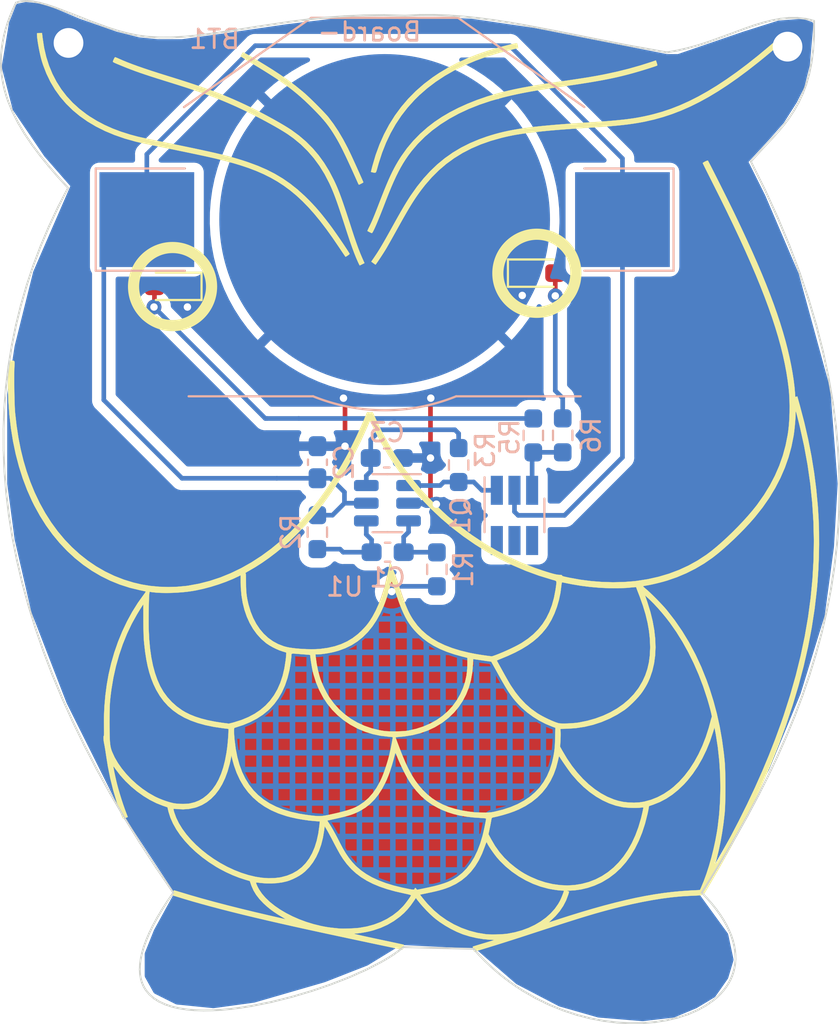
<source format=kicad_pcb>
(kicad_pcb (version 20201116) (generator pcbnew)
  (layers (0 "F.Cu" signal) (31 "B.Cu" signal) (34 "B.Paste" user) (35 "F.Paste" user) (36 "B.SilkS" user "B.Silkscreen") (37 "F.SilkS" user "F.Silkscreen") (38 "B.Mask" user) (39 "F.Mask" user) (44 "Edge.Cuts" user))
  (net 0 "")
  (net 1 "-BATT")
  (net 2 "+BATT")
  (net 3 "Net-(C1-Pad2)")
  (net 4 "Net-(C1-Pad1)")
  (net 5 "Net-(C3-Pad1)")
  (net 6 "Net-(D2-Pad2)")
  (net 7 "Net-(D3-Pad2)")
  (net 8 "Net-(P1-Pad1)")
  (net 9 "Net-(Q1-Pad3)")
  (net 10 "Net-(Q1-Pad1)")
  (footprint "04-Owl:Owl" (layer "F.Cu") (at 139.4 99.7)
    (fp_text reference "Ref**" hide)
    (fp_text value "Val**" hide)
    (fp_poly (pts (xy -1.976701 3.370978) (xy -1.950831 3.418809) (xy -1.914273 3.500264) (xy -1.868287 3.612047) (xy -1.814134 3.750858) (xy -1.753073 3.913402) (xy -1.686365 4.096379) (xy -1.615269 4.296492) (xy -1.541047 4.510444) (xy -1.464957 4.734937) (xy -1.462815 4.741334) (xy -1.369488 5.017289) (xy -1.286049 5.257211) (xy -1.210519 5.465702) (xy -1.140921 5.647366) (xy -1.075277 5.806806) (xy -1.011609 5.948624) (xy -0.947938 6.077424) (xy -0.882288 6.197808) (xy -0.812681 6.314381) (xy -0.737137 6.431743) (xy -0.735195 6.434667) (xy -0.530055 6.712867) (xy -0.299681 6.966958) (xy -0.04222 7.198081) (xy 0.244183 7.407379) (xy 0.561384 7.595994) (xy 0.911237 7.765068) (xy 1.295599 7.915743) (xy 1.716323 8.04916) (xy 2.016704 8.128782) (xy 2.243822 8.180743) (xy 2.496328 8.231606) (xy 2.759503 8.278804) (xy 3.018628 8.319769) (xy 3.258983 8.351935) (xy 3.361501 8.363306) (xy 3.622085 8.389871) (xy 3.69738 8.518227) (xy 3.72747 8.57068) (xy 3.774436 8.654012) (xy 3.8348 8.76198) (xy 3.905082 8.888347) (xy 3.981804 9.026869) (xy 4.061488 9.171308) (xy 4.066491 9.180397) (xy 4.150943 9.332594) (xy 4.237273 9.485953) (xy 4.320991 9.632658) (xy 4.397608 9.764893) (xy 4.462635 9.874844) (xy 4.507989 9.949004) (xy 4.759574 10.318994) (xy 5.025371 10.650645) (xy 5.307727 10.946255) (xy 5.608987 11.208121) (xy 5.931496 11.438541) (xy 6.18097 11.58781) (xy 6.308648 11.654855) (xy 6.457259 11.726983) (xy 6.615054 11.798976) (xy 6.770282 11.865619) (xy 6.911193 11.921698) (xy 7.018897 11.959737) (xy 7.169212 12.007808) (xy 7.182452 12.306279) (xy 7.187834 12.684324) (xy 7.171609 13.066601) (xy 7.13486 13.444293) (xy 7.078668 13.808583) (xy 7.004117 14.150655) (xy 6.921076 14.435667) (xy 6.779359 14.80307) (xy 6.608236 15.141905) (xy 6.406861 15.452996) (xy 6.174389 15.737166) (xy 5.909973 15.995238) (xy 5.612767 16.228037) (xy 5.281927 16.436387) (xy 4.916605 16.621109) (xy 4.515956 16.783029) (xy 4.506831 16.786308) (xy 4.415452 16.81647) (xy 4.292863 16.853242) (xy 4.149147 16.893922) (xy 3.994388 16.935801) (xy 3.83867 16.976175) (xy 3.692077 17.012339) (xy 3.564693 17.041586) (xy 3.520884 17.050843) (xy 3.495817 17.061868) (xy 3.477985 17.088778) (xy 3.463429 17.140707) (xy 3.45029 17.213712) (xy 3.423959 17.362326) (xy 3.389898 17.534014) (xy 3.35068 17.717372) (xy 3.308876 17.900994) (xy 3.267058 18.073474) (xy 3.227798 18.223409) (xy 3.203698 18.30725) (xy 3.065605 18.717689) (xy 2.910995 19.090151) (xy 2.73851 19.426186) (xy 2.546795 19.727343) (xy 2.334489 19.995172) (xy 2.100238 20.231223) (xy 1.842683 20.437044) (xy 1.560466 20.614185) (xy 1.252231 20.764195) (xy 0.9525 20.876942) (xy 0.844465 20.911727) (xy 0.739517 20.943256) (xy 0.630793 20.973219) (xy 0.511431 21.003312) (xy 0.374571 21.035227) (xy 0.213348 21.070656) (xy 0.020901 21.111294) (xy -0.092433 21.134767) (xy -0.266427 21.169785) (xy -0.405645 21.195568) (xy -0.51645 21.212861) (xy -0.605208 21.222407) (xy -0.67828 21.224951) (xy -0.742033 21.221236) (xy -0.783167 21.215539) (xy -0.819783 21.208733) (xy -0.89056 21.195001) (xy -0.988164 21.175788) (xy -1.105258 21.152539) (xy -1.234507 21.1267) (xy -1.249035 21.123785) (xy -1.724129 21.017549) (xy -2.1612 20.896627) (xy -2.562388 20.759717) (xy -2.929831 20.605518) (xy -3.265667 20.432729) (xy -3.572036 20.240048) (xy -3.851077 20.026174) (xy -4.104928 19.789806) (xy -4.335728 19.529643) (xy -4.545617 19.244383) (xy -4.675104 19.039417) (xy -4.720997 18.959691) (xy -4.781607 18.850548) (xy -4.852443 18.720293) (xy -4.92901 18.577232) (xy -5.006816 18.42967) (xy -5.053006 18.340917) (xy -5.183688 18.092934) (xy -5.304184 17.873442) (xy -5.413172 17.684683) (xy -5.50933 17.528899) (xy -5.591337 17.408332) (xy -5.639621 17.346081) (xy -5.706931 17.265907) (xy -5.949091 17.247992) (xy -6.475123 17.19499) (xy -6.967868 17.116143) (xy -7.42775 17.011213) (xy -7.85519 16.879963) (xy -8.250614 16.722153) (xy -8.614444 16.537546) (xy -8.947104 16.325904) (xy -9.249017 16.086988) (xy -9.520606 15.82056) (xy -9.762295 15.526383) (xy -9.974508 15.204218) (xy -10.140358 14.89075) (xy -10.274575 14.58114) (xy -10.388157 14.259559) (xy -10.482099 13.921321) (xy -10.557395 13.561739) (xy -10.61504 13.176128) (xy -10.656028 12.759799) (xy -10.679734 12.349235) (xy -10.693646 12.009052) (xy -10.463865 11.949689) (xy -10.053669 11.826205) (xy -9.675892 11.675901) (xy -9.330255 11.498444) (xy -9.016481 11.293501) (xy -8.734293 11.060738) (xy -8.483411 10.799824) (xy -8.263558 10.510425) (xy -8.074456 10.192208) (xy -7.915828 9.844841) (xy -7.787395 9.46799) (xy -7.688879 9.061322) (xy -7.620003 8.624505) (xy -7.60941 8.530167) (xy -7.596459 8.403155) (xy -7.583993 8.274657) (xy -7.573311 8.158452) (xy -7.565711 8.068319) (xy -7.564857 8.057106) (xy -7.552494 7.890961) (xy -7.464539 7.904076) (xy -7.16664 7.942999) (xy -6.863882 7.972265) (xy -6.565089 7.991475) (xy -6.279087 8.000232) (xy -6.014703 7.998136) (xy -5.780762 7.984791) (xy -5.74675 7.981585) (xy -5.344134 7.925518) (xy -4.971073 7.840446) (xy -4.625426 7.725428) (xy -4.305053 7.579522) (xy -4.007813 7.401787) (xy -3.731565 7.191281) (xy -3.533519 7.007977) (xy -3.387297 6.85685) (xy -3.265252 6.718942) (xy -3.157786 6.58195) (xy -3.055302 6.433571) (xy -2.948203 6.261504) (xy -2.938506 6.24527) (xy -2.769115 5.932693) (xy -2.611205 5.582759) (xy -2.464528 5.194744) (xy -2.328837 4.767924) (xy -2.203885 4.301576) (xy -2.089423 3.794977) (xy -2.072998 3.71475) (xy -2.04916 3.599896) (xy -2.027184 3.499718) (xy -2.00877 3.421546) (xy -1.995622 3.372709) (xy -1.990623 3.36007) (xy -1.976701 3.370978)) (layer "F.Cu") (width 0.01) (fill solid))
    (fp_line (start 15.6208 26.6965) (end 15.4339 26.8564) (layer "Edge.Cuts") (width 0.1))
    (fp_line (start 20.5384 -10.7997) (end 20.9562 -9.3892) (layer "Edge.Cuts") (width 0.1))
    (fp_line (start -21.21045 -26.8279) (end -20.84137 -26.7543) (layer "Edge.Cuts") (width 0.1))
    (fp_line (start 18.0257 -18.8846) (end 17.4278 -18.2232) (layer "Edge.Cuts") (width 0.1))
    (fp_line (start -15.25632 26.1339) (end -15.34508 25.9298) (layer "Edge.Cuts") (width 0.1))
    (fp_line (start 15.0705 21.3909) (end 15.3321 21.6912) (layer "Edge.Cuts") (width 0.1))
    (fp_line (start -2.1121 24.6096) (end -2.4622 24.8132) (layer "Edge.Cuts") (width 0.1))
    (fp_line (start -22.53309 -7.2147) (end -22.35411 -8.3197) (layer "Edge.Cuts") (width 0.1))
    (fp_line (start 15.9505 26.3516) (end 15.7932 26.5281) (layer "Edge.Cuts") (width 0.1))
    (fp_line (start -21.08619 6.8439) (end -21.46608 5.6147) (layer "Edge.Cuts") (width 0.1))
    (fp_line (start -22.29958 -26.3913) (end -22.125 -26.7611) (layer "Edge.Cuts") (width 0.1))
    (fp_line (start -21.46608 5.6147) (end -21.79795 4.3962) (layer "Edge.Cuts") (width 0.1))
    (fp_line (start -17.0595 15.752) (end -17.78311 14.4464) (layer "Edge.Cuts") (width 0.1))
    (fp_line (start -20.36584 -17.9769) (end -20.83623 -18.556) (layer "Edge.Cuts") (width 0.1))
    (fp_line (start -14.2841 22.0268) (end -13.9904 21.5678) (layer "Edge.Cuts") (width 0.1))
    (fp_line (start 19.9364 -25.9452) (end 20.3846 -25.8933) (layer "Edge.Cuts") (width 0.1))
    (fp_line (start -21.19245 -12.6406) (end -20.79193 -13.6963) (layer "Edge.Cuts") (width 0.1))
    (fp_line (start -16.62528 -25.2483) (end -16.1078 -25.1105) (layer "Edge.Cuts") (width 0.1))
    (fp_line (start 13.4839 27.8088) (end 12.8906 27.9491) (layer "Edge.Cuts") (width 0.1))
    (fp_line (start 16.3698 23.3956) (end 16.4593 23.6615) (layer "Edge.Cuts") (width 0.1))
    (fp_line (start -13.3623 27.305) (end -13.7479 27.2142) (layer "Edge.Cuts") (width 0.1))
    (fp_line (start -14.9591 23.2729) (end -14.7676 22.8789) (layer "Edge.Cuts") (width 0.1))
    (fp_line (start -22.86969 -22.6948) (end -22.90926 -23.0078) (layer "Edge.Cuts") (width 0.1))
    (fp_line (start 16.3264 25.7745) (end 16.2177 25.9745) (layer "Edge.Cuts") (width 0.1))
    (fp_line (start -20.84137 -26.7543) (end -20.44509 -26.6441) (layer "Edge.Cuts") (width 0.1))
    (fp_line (start 15.7771 22.2788) (end 15.9616 22.5656) (layer "Edge.Cuts") (width 0.1))
    (fp_line (start 18.6324 -19.5313) (end 18.0257 -18.8846) (layer "Edge.Cuts") (width 0.1))
    (fp_line (start -15.24654 23.9986) (end -15.11848 23.646) (layer "Edge.Cuts") (width 0.1))
    (fp_line (start 22.1869 -1.3908) (end 22.1964 -0.1288) (layer "Edge.Cuts") (width 0.1))
    (fp_line (start -16.28572 17.0687) (end -17.0595 15.752) (layer "Edge.Cuts") (width 0.1))
    (fp_line (start -1.1875 -26.0662) (end -0.4017 -26.1028) (layer "Edge.Cuts") (width 0.1))
    (fp_line (start 18.93 -19.8641) (end 18.6324 -19.5313) (layer "Edge.Cuts") (width 0.1))
    (fp_line (start 17.8114 15.8955) (end 17.2488 16.9494) (layer "Edge.Cuts") (width 0.1))
    (fp_line (start -10.007 27.2708) (end -10.5372 27.3388) (layer "Edge.Cuts") (width 0.1))
    (fp_line (start -15.41252 24.6443) (end -15.34424 24.3313) (layer "Edge.Cuts") (width 0.1))
    (fp_line (start 7.3196 27.4188) (end 6.5874 27.1227) (layer "Edge.Cuts") (width 0.1))
    (fp_line (start 16.5995 24.6661) (end 16.5828 24.9015) (layer "Edge.Cuts") (width 0.1))
    (fp_line (start -19.12053 -26.1604) (end -18.15184 -25.7778) (layer "Edge.Cuts") (width 0.1))
    (fp_line (start -19.325 -16.8058) (end -19.86254 -17.3942) (layer "Edge.Cuts") (width 0.1))
    (fp_line (start 16.0922 26.167) (end 15.9505 26.3516) (layer "Edge.Cuts") (width 0.1))
    (fp_line (start -11.055 27.3878) (end -11.5577 27.4166) (layer "Edge.Cuts") (width 0.1))
    (fp_line (start 12.9 -24.092) (end 13.466 -24.19) (layer "Edge.Cuts") (width 0.1))
    (fp_line (start -21.99612 -26.8071) (end -21.85602 -26.838) (layer "Edge.Cuts") (width 0.1))
    (fp_line (start -2.4622 24.8132) (end -3.2557 25.2217) (layer "Edge.Cuts") (width 0.1))
    (fp_line (start 12.2639 28.047) (end 11.6083 28.1012) (layer "Edge.Cuts") (width 0.1))
    (fp_line (start -13.9904 21.5678) (end -13.6607 21.09) (layer "Edge.Cuts") (width 0.1))
    (fp_line (start 19.0271 -25.8985) (end 19.4841 -25.9448) (layer "Edge.Cuts") (width 0.1))
    (fp_line (start -21.54958 -26.858) (end -21.21045 -26.8279) (layer "Edge.Cuts") (width 0.1))
    (fp_line (start 0.3837 -26.1052) (end 1.1714 -26.0763) (layer "Edge.Cuts") (width 0.1))
    (fp_line (start 20.6924 -23.5429) (end 20.5662 -22.9284) (layer "Edge.Cuts") (width 0.1))
    (fp_line (start 16.5719 24.176) (end 16.596 24.4241) (layer "Edge.Cuts") (width 0.1))
    (fp_line (start 18.8837 -15.1768) (end 19.504 -13.6928) (layer "Edge.Cuts") (width 0.1))
    (fp_line (start -22.93757 -23.6455) (end -22.92532 -23.9706) (layer "Edge.Cuts") (width 0.1))
    (fp_line (start -8.3704 26.9652) (end -9.4673 27.185) (layer "Edge.Cuts") (width 0.1))
    (fp_line (start 5.2428 -25.5569) (end 6.9852 -25.2255) (layer "Edge.Cuts") (width 0.1))
    (fp_line (start 22.155 1.1146) (end 22.0644 2.3401) (layer "Edge.Cuts") (width 0.1))
    (fp_line (start 16.5828 24.9015) (end 16.5467 25.1302) (layer "Edge.Cuts") (width 0.1))
    (fp_line (start 12.8906 27.9491) (end 12.2639 28.047) (layer "Edge.Cuts") (width 0.1))
    (fp_line (start -1.7969 24.4079) (end -2.1121 24.6096) (layer "Edge.Cuts") (width 0.1))
    (fp_line (start -0.4017 -26.1028) (end 0.3837 -26.1052) (layer "Edge.Cuts") (width 0.1))
    (fp_line (start 19.504 -13.6928) (end 20.0549 -12.2339) (layer "Edge.Cuts") (width 0.1))
    (fp_line (start -22.65539 -21.7757) (end -22.74226 -22.079) (layer "Edge.Cuts") (width 0.1))
    (fp_line (start 6.5874 27.1227) (end 5.8622 26.7703) (layer "Edge.Cuts") (width 0.1))
    (fp_line (start -14.5429 22.4637) (end -14.2841 22.0268) (layer "Edge.Cuts") (width 0.1))
    (fp_line (start 21.3102 -8.002) (end 21.6022 -6.6374) (layer "Edge.Cuts") (width 0.1))
    (fp_line (start 16.055 19.0322) (end 15.4275 20.0625) (layer "Edge.Cuts") (width 0.1))
    (fp_line (start -22.89479 -24.3004) (end -22.84547 -24.6351) (layer "Edge.Cuts") (width 0.1))
    (fp_line (start 15.4275 20.0625) (end 14.782 21.0863) (layer "Edge.Cuts") (width 0.1))
    (fp_line (start -22.90926 -23.0078) (end -22.93205 -23.3246) (layer "Edge.Cuts") (width 0.1))
    (fp_line (start 21.9265 3.5485) (end 21.7431 4.7403) (layer "Edge.Cuts") (width 0.1))
    (fp_line (start -22.84547 -24.6351) (end -22.77687 -24.9749) (layer "Edge.Cuts") (width 0.1))
    (fp_line (start 3.4437 25.0715) (end 3.1208 24.7671) (layer "Edge.Cuts") (width 0.1))
    (fp_line (start 8.787 27.8485) (end 8.0543 27.6603) (layer "Edge.Cuts") (width 0.1))
    (fp_line (start -18.45682 13.152) (end -19.0809 11.8685) (layer "Edge.Cuts") (width 0.1))
    (fp_line (start 20.0549 -12.2339) (end 20.5384 -10.7997) (layer "Edge.Cuts") (width 0.1))
    (fp_line (start 19.4841 -25.9448) (end 19.9364 -25.9452) (layer "Edge.Cuts") (width 0.1))
    (fp_line (start 1.1714 -26.0763) (end 1.9643 -26.0187) (layer "Edge.Cuts") (width 0.1))
    (fp_line (start -10.7656 -25.2178) (end -9.1256 -25.4783) (layer "Edge.Cuts") (width 0.1))
    (fp_line (start 3.1208 24.7671) (end 2.8053 24.4467) (layer "Edge.Cuts") (width 0.1))
    (fp_line (start 16.1415 -25.0152) (end 17.1357 -25.3823) (layer "Edge.Cuts") (width 0.1))
    (fp_line (start -22.45034 -26.0281) (end -22.29958 -26.3913) (layer "Edge.Cuts") (width 0.1))
    (fp_line (start -20.44509 -26.6441) (end -20.02436 -26.5038) (layer "Edge.Cuts") (width 0.1))
    (fp_line (start 21.6022 -6.6374) (end 21.834 -5.2946) (layer "Edge.Cuts") (width 0.1))
    (fp_line (start 16.6627 17.9947) (end 16.055 19.0322) (layer "Edge.Cuts") (width 0.1))
    (fp_line (start -15.07638 -24.9334) (end -14.4114 -24.894) (layer "Edge.Cuts") (width 0.1))
    (fp_line (start 2.7651 -25.9353) (end 3.5765 -25.8286) (layer "Edge.Cuts") (width 0.1))
    (fp_line (start 4.1091 25.6331) (end 3.7733 25.3601) (layer "Edge.Cuts") (width 0.1))
    (fp_line (start 16.4179 25.5669) (end 16.3264 25.7745) (layer "Edge.Cuts") (width 0.1))
    (fp_line (start 5.1484 26.3602) (end 4.7973 26.1329) (layer "Edge.Cuts") (width 0.1))
    (fp_line (start -22.66695 -6.0997) (end -22.53309 -7.2147) (layer "Edge.Cuts") (width 0.1))
    (fp_line (start 15.4339 26.8564) (end 15.0188 27.1501) (layer "Edge.Cuts") (width 0.1))
    (fp_line (start 21.834 -5.2946) (end 22.0075 -3.973) (layer "Edge.Cuts") (width 0.1))
    (fp_line (start -14.4114 -24.894) (end -13.7274 -24.8973) (layer "Edge.Cuts") (width 0.1))
    (fp_line (start -19.86254 -17.3942) (end -20.36584 -17.9769) (layer "Edge.Cuts") (width 0.1))
    (fp_line (start -15.59059 -25.0033) (end -15.07638 -24.9334) (layer "Edge.Cuts") (width 0.1))
    (fp_line (start -15.4615 18.3966) (end -16.28572 17.0687) (layer "Edge.Cuts") (width 0.1))
    (fp_line (start -9.4673 27.185) (end -10.007 27.2708) (layer "Edge.Cuts") (width 0.1))
    (fp_line (start -17.78311 14.4464) (end -18.45682 13.152) (layer "Edge.Cuts") (width 0.1))
    (fp_line (start 16.5265 23.9217) (end 16.5719 24.176) (layer "Edge.Cuts") (width 0.1))
    (fp_line (start -15.45011 25.4699) (end -15.46453 25.2132) (layer "Edge.Cuts") (width 0.1))
    (fp_line (start 22.1964 -0.1288) (end 22.155 1.1146) (layer "Edge.Cuts") (width 0.1))
    (fp_line (start 16.1215 22.8474) (end 16.2574 23.1242) (layer "Edge.Cuts") (width 0.1))
    (fp_line (start 21.2472 7.0769) (end 20.9384 8.2231) (layer "Edge.Cuts") (width 0.1))
    (fp_line (start -22.81386 -22.3853) (end -22.86969 -22.6948) (layer "Edge.Cuts") (width 0.1))
    (fp_line (start -22.50797 0.8042) (end -22.65034 -0.3722) (layer "Edge.Cuts") (width 0.1))
    (fp_line (start 14.5525 27.4078) (end 14.0394 27.6279) (layer "Edge.Cuts") (width 0.1))
    (fp_line (start -12.5068 27.4087) (end -12.9477 27.3694) (layer "Edge.Cuts") (width 0.1))
    (fp_line (start 14.0259 -24.3189) (end 14.5726 -24.4722) (layer "Edge.Cuts") (width 0.1))
    (fp_line (start 19.4955 -20.5786) (end 19.2189 -20.2112) (layer "Edge.Cuts") (width 0.1))
    (fp_line (start 15.7932 26.5281) (end 15.6208 26.6965) (layer "Edge.Cuts") (width 0.1))
    (fp_line (start -12.9477 27.3694) (end -13.3623 27.305) (layer "Edge.Cuts") (width 0.1))
    (fp_line (start -11.5432 -25.1036) (end -10.7656 -25.2178) (layer "Edge.Cuts") (width 0.1))
    (fp_line (start 20.9384 8.2231) (end 20.5914 9.3555) (layer "Edge.Cuts") (width 0.1))
    (fp_line (start -22.77687 -24.9749) (end -22.68848 -25.3202) (layer "Edge.Cuts") (width 0.1))
    (fp_line (start -22.12702 -26.7611) (end -22.12702 -26.7611) (layer "Edge.Cuts") (width 0.1))
    (fp_line (start 17.2488 16.9494) (end 16.6627 17.9947) (layer "Edge.Cuts") (width 0.1))
    (fp_line (start -14.7034 26.7712) (end -14.9454 26.5625) (layer "Edge.Cuts") (width 0.1))
    (fp_line (start -22.7983 -3.8394) (end -22.75545 -4.9746) (layer "Edge.Cuts") (width 0.1))
    (fp_line (start -14.1018 27.0958) (end -14.4212 26.9486) (layer "Edge.Cuts") (width 0.1))
    (fp_line (start 19.2189 -20.2112) (end 18.93 -19.8641) (layer "Edge.Cuts") (width 0.1))
    (fp_line (start -21.26968 -19.1337) (end -21.66218 -19.7123) (layer "Edge.Cuts") (width 0.1))
    (fp_line (start -18.15184 -25.7778) (end -17.14028 -25.4099) (layer "Edge.Cuts") (width 0.1))
    (fp_line (start -22.35411 -8.3197) (end -22.13029 -9.4147) (layer "Edge.Cuts") (width 0.1))
    (fp_line (start 20.2082 10.4746) (end 19.7904 11.5812) (layer "Edge.Cuts") (width 0.1))
    (fp_line (start -10.5372 27.3388) (end -11.055 27.3878) (layer "Edge.Cuts") (width 0.1))
    (fp_line (start -6.4285 -25.8589) (end -5.4594 -25.9591) (layer "Edge.Cuts") (width 0.1))
    (fp_line (start -22.00971 -20.294) (end -22.30825 -20.8808) (layer "Edge.Cuts") (width 0.1))
    (fp_line (start -4.1553 25.6234) (end -5.1388 26.0085) (layer "Edge.Cuts") (width 0.1))
    (fp_line (start -21.66218 -19.7123) (end -22.00971 -20.294) (layer "Edge.Cuts") (width 0.1))
    (fp_line (start 17.6195 -25.5482) (end 18.0955 -25.6938) (layer "Edge.Cuts") (width 0.1))
    (fp_line (start -11.5577 27.4166) (end -12.0426 27.424) (layer "Edge.Cuts") (width 0.1))
    (fp_line (start 15.3321 21.6912) (end 15.5675 21.9873) (layer "Edge.Cuts") (width 0.1))
    (fp_line (start 16.2574 23.1242) (end 16.3698 23.3956) (layer "Edge.Cuts") (width 0.1))
    (fp_line (start -19.65561 10.5961) (end -20.18121 9.3345) (layer "Edge.Cuts") (width 0.1))
    (fp_line (start 18.5644 -25.8127) (end 19.0271 -25.8985) (layer "Edge.Cuts") (width 0.1))
    (fp_line (start 16.596 24.4241) (end 16.5995 24.6661) (layer "Edge.Cuts") (width 0.1))
    (fp_line (start 20.6075 -25.8458) (end 20.8296 -25.7827) (layer "Edge.Cuts") (width 0.1))
    (fp_line (start -22.31862 1.991) (end -22.50797 0.8042) (layer "Edge.Cuts") (width 0.1))
    (fp_line (start -15.14464 26.3212) (end -15.25632 26.1339) (layer "Edge.Cuts") (width 0.1))
    (fp_line (start 2.8053 24.4467) (end 2.5 24.1101) (layer "Edge.Cuts") (width 0.1))
    (fp_line (start -15.34508 25.9298) (end -15.40998 25.7086) (layer "Edge.Cuts") (width 0.1))
    (fp_line (start -22.75545 -4.9746) (end -22.66695 -6.0997) (layer "Edge.Cuts") (width 0.1))
    (fp_line (start 4.4015 -25.7016) (end 5.2428 -25.5569) (layer "Edge.Cuts") (width 0.1))
    (fp_line (start -14.7676 22.8789) (end -14.5429 22.4637) (layer "Edge.Cuts") (width 0.1))
    (fp_line (start 15.107 -24.6437) (end 16.1415 -25.0152) (layer "Edge.Cuts") (width 0.1))
    (fp_line (start 21.5161 5.9162) (end 21.2472 7.0769) (layer "Edge.Cuts") (width 0.1))
    (fp_line (start -21.85602 -26.838) (end -21.54958 -26.858) (layer "Edge.Cuts") (width 0.1))
    (fp_line (start 11.6083 28.1012) (end 10.9284 28.11) (layer "Edge.Cuts") (width 0.1))
    (fp_line (start -16.1078 -25.1105) (end -15.59059 -25.0033) (layer "Edge.Cuts") (width 0.1))
    (fp_line (start -22.68848 -25.3202) (end -22.57981 -25.6712) (layer "Edge.Cuts") (width 0.1))
    (fp_line (start 18.0955 -25.6938) (end 18.5644 -25.8127) (layer "Edge.Cuts") (width 0.1))
    (fp_line (start 20.9562 -9.3892) (end 21.3102 -8.002) (layer "Edge.Cuts") (width 0.1))
    (fp_line (start -22.74601 -1.5383) (end -22.79524 -2.6939) (layer "Edge.Cuts") (width 0.1))
    (fp_line (start 14.5726 -24.4722) (end 15.107 -24.6437) (layer "Edge.Cuts") (width 0.1))
    (fp_line (start 17.1357 -25.3823) (end 17.6195 -25.5482) (layer "Edge.Cuts") (width 0.1))
    (fp_line (start -19.86062 -15.7789) (end -19.325 -16.8058) (layer "Edge.Cuts") (width 0.1))
    (fp_line (start -22.79524 -2.6939) (end -22.7983 -3.8394) (layer "Edge.Cuts") (width 0.1))
    (fp_line (start -12.295 -25.0081) (end -11.5432 -25.1036) (layer "Edge.Cuts") (width 0.1))
    (fp_line (start 18.1923 -16.6867) (end 18.8837 -15.1768) (layer "Edge.Cuts") (width 0.1))
    (fp_line (start 4.7973 26.1329) (end 4.4507 25.8906) (layer "Edge.Cuts") (width 0.1))
    (fp_line (start -22.55377 -21.4751) (end -22.65539 -21.7757) (layer "Edge.Cuts") (width 0.1))
    (fp_line (start -13.7274 -24.8973) (end -13.0224 -24.9374) (layer "Edge.Cuts") (width 0.1))
    (fp_line (start -22.08204 3.1883) (end -22.31862 1.991) (layer "Edge.Cuts") (width 0.1))
    (fp_line (start 22.0075 -3.973) (end 22.1245 -2.672) (layer "Edge.Cuts") (width 0.1))
    (fp_line (start 20.8296 -25.7827) (end 20.8277 -24.964) (layer "Edge.Cuts") (width 0.1))
    (fp_line (start 17.4278 -18.2232) (end 18.1923 -16.6867) (layer "Edge.Cuts") (width 0.1))
    (fp_line (start -12.0426 27.424) (end -12.5068 27.4087) (layer "Edge.Cuts") (width 0.1))
    (fp_line (start 20.5662 -22.9284) (end 20.4058 -22.3701) (layer "Edge.Cuts") (width 0.1))
    (fp_line (start 16.4593 23.6615) (end 16.5265 23.9217) (layer "Edge.Cuts") (width 0.1))
    (fp_line (start 21.7431 4.7403) (end 21.5161 5.9162) (layer "Edge.Cuts") (width 0.1))
    (fp_line (start -14.9454 26.5625) (end -15.14464 26.3212) (layer "Edge.Cuts") (width 0.1))
    (fp_line (start -14.5866 19.7358) (end -15.4615 18.3966) (layer "Edge.Cuts") (width 0.1))
    (fp_line (start 2.5 24.1101) (end -1.275 24.0156) (layer "Edge.Cuts") (width 0.1))
    (fp_line (start 1.9643 -26.0187) (end 2.7651 -25.9353) (layer "Edge.Cuts") (width 0.1))
    (fp_line (start -15.34424 24.3313) (end -15.24654 23.9986) (layer "Edge.Cuts") (width 0.1))
    (fp_line (start -20.79193 -13.6963) (end -20.34789 -14.7424) (layer "Edge.Cuts") (width 0.1))
    (fp_line (start -5.1388 26.0085) (end -6.1839 26.3671) (layer "Edge.Cuts") (width 0.1))
    (fp_line (start -20.83623 -18.556) (end -21.26968 -19.1337) (layer "Edge.Cuts") (width 0.1))
    (fp_line (start 16.4915 25.3521) (end 16.4179 25.5669) (layer "Edge.Cuts") (width 0.1))
    (fp_line (start 8.0543 27.6603) (end 7.3196 27.4188) (layer "Edge.Cuts") (width 0.1))
    (fp_line (start -20.34789 -14.7424) (end -19.86062 -15.7789) (layer "Edge.Cuts") (width 0.1))
    (fp_line (start 20.215 -21.862) (end 19.9972 -21.398) (layer "Edge.Cuts") (width 0.1))
    (fp_line (start 22.0644 2.3401) (end 21.9265 3.5485) (layer "Edge.Cuts") (width 0.1))
    (fp_line (start 6.9852 -25.2255) (end 8.8261 -24.8562) (layer "Edge.Cuts") (width 0.1))
    (fp_line (start 16.2177 25.9745) (end 16.0922 26.167) (layer "Edge.Cuts") (width 0.1))
    (fp_line (start 20.3846 -25.8933) (end 20.6075 -25.8458) (layer "Edge.Cuts") (width 0.1))
    (fp_line (start 8.8261 -24.8562) (end 10.7877 -24.4711) (layer "Edge.Cuts") (width 0.1))
    (fp_line (start -22.13029 -9.4147) (end -21.8619 -10.4998) (layer "Edge.Cuts") (width 0.1))
    (fp_line (start -9.1256 -25.4783) (end -7.3614 -25.7414) (layer "Edge.Cuts") (width 0.1))
    (fp_line (start -2.3182 -26.0955) (end -1.1875 -26.0662) (layer "Edge.Cuts") (width 0.1))
    (fp_line (start 20.5914 9.3555) (end 20.2082 10.4746) (layer "Edge.Cuts") (width 0.1))
    (fp_line (start -19.0809 11.8685) (end -19.65561 10.5961) (layer "Edge.Cuts") (width 0.1))
    (fp_line (start -22.93205 -23.3246) (end -22.93757 -23.6455) (layer "Edge.Cuts") (width 0.1))
    (fp_line (start -22.12702 -26.7611) (end -22.12702 -26.7611) (layer "Edge.Cuts") (width 0.1))
    (fp_line (start -21.8619 -10.4998) (end -21.5492 -11.5751) (layer "Edge.Cuts") (width 0.1))
    (fp_line (start -13.0224 -24.9374) (end -12.295 -25.0081) (layer "Edge.Cuts") (width 0.1))
    (fp_line (start -15.40998 25.7086) (end -15.45011 25.4699) (layer "Edge.Cuts") (width 0.1))
    (fp_line (start -15.45231 24.9381) (end -15.41252 24.6443) (layer "Edge.Cuts") (width 0.1))
    (fp_line (start 10.2285 28.0718) (end 9.5132 27.9852) (layer "Edge.Cuts") (width 0.1))
    (fp_line (start -21.5492 -11.5751) (end -21.19245 -12.6406) (layer "Edge.Cuts") (width 0.1))
    (fp_line (start -3.2557 25.2217) (end -4.1553 25.6234) (layer "Edge.Cuts") (width 0.1))
    (fp_line (start 15.5675 21.9873) (end 15.7771 22.2788) (layer "Edge.Cuts") (width 0.1))
    (fp_line (start 18.3487 14.8323) (end 17.8114 15.8955) (layer "Edge.Cuts") (width 0.1))
    (fp_line (start 22.1245 -2.672) (end 22.1869 -1.3908) (layer "Edge.Cuts") (width 0.1))
    (fp_line (start -4.4525 -26.036) (end -3.406 -26.0834) (layer "Edge.Cuts") (width 0.1))
    (fp_line (start -22.30825 -20.8808) (end -22.55377 -21.4751) (layer "Edge.Cuts") (width 0.1))
    (fp_line (start -1.5192 24.2095) (end -1.7969 24.4079) (layer "Edge.Cuts") (width 0.1))
    (fp_line (start -20.18121 9.3345) (end -20.65798 8.0838) (layer "Edge.Cuts") (width 0.1))
    (fp_line (start 14.782 21.0863) (end 15.0705 21.3909) (layer "Edge.Cuts") (width 0.1))
    (fp_line (start -22.57981 -25.6712) (end -22.45034 -26.0281) (layer "Edge.Cuts") (width 0.1))
    (fp_line (start 5.8622 26.7703) (end 5.1484 26.3602) (layer "Edge.Cuts") (width 0.1))
    (fp_line (start 13.466 -24.19) (end 14.0259 -24.3189) (layer "Edge.Cuts") (width 0.1))
    (fp_line (start 19.7904 11.5812) (end 19.34 12.6759) (layer "Edge.Cuts") (width 0.1))
    (fp_line (start -22.65034 -0.3722) (end -22.74601 -1.5383) (layer "Edge.Cuts") (width 0.1))
    (fp_line (start -7.2685 26.6893) (end -8.3704 26.9652) (layer "Edge.Cuts") (width 0.1))
    (fp_line (start 3.7733 25.3601) (end 3.4437 25.0715) (layer "Edge.Cuts") (width 0.1))
    (fp_line (start 14.0394 27.6279) (end 13.4839 27.8088) (layer "Edge.Cuts") (width 0.1))
    (fp_line (start -6.1839 26.3671) (end -7.2685 26.6893) (layer "Edge.Cuts") (width 0.1))
    (fp_line (start -22.92532 -23.9706) (end -22.89479 -24.3004) (layer "Edge.Cuts") (width 0.1))
    (fp_line (start -14.4212 26.9486) (end -14.7034 26.7712) (layer "Edge.Cuts") (width 0.1))
    (fp_line (start -21.79795 4.3962) (end -22.08204 3.1883) (layer "Edge.Cuts") (width 0.1))
    (fp_line (start -20.65798 8.0838) (end -21.08619 6.8439) (layer "Edge.Cuts") (width 0.1))
    (fp_line (start 19.34 12.6759) (end 18.8588 13.7594) (layer "Edge.Cuts") (width 0.1))
    (fp_line (start 3.5765 -25.8286) (end 4.4015 -25.7016) (layer "Edge.Cuts") (width 0.1))
    (fp_line (start -15.11848 23.646) (end -14.9591 23.2729) (layer "Edge.Cuts") (width 0.1))
    (fp_line (start -13.6607 21.09) (end -14.5866 19.7358) (layer "Edge.Cuts") (width 0.1))
    (fp_line (start 9.5132 27.9852) (end 8.787 27.8485) (layer "Edge.Cuts") (width 0.1))
    (fp_line (start -17.14028 -25.4099) (end -16.62528 -25.2483) (layer "Edge.Cuts") (width 0.1))
    (fp_line (start -7.3614 -25.7414) (end -6.4285 -25.8589) (layer "Edge.Cuts") (width 0.1))
    (fp_line (start -13.7479 27.2142) (end -14.1018 27.0958) (layer "Edge.Cuts") (width 0.1))
    (fp_line (start 10.7877 -24.4711) (end 12.9 -24.092) (layer "Edge.Cuts") (width 0.1))
    (fp_line (start 19.9972 -21.398) (end 19.7562 -20.9722) (layer "Edge.Cuts") (width 0.1))
    (fp_line (start -20.02436 -26.5038) (end -19.12053 -26.1604) (layer "Edge.Cuts") (width 0.1))
    (fp_line (start 19.7562 -20.9722) (end 19.4955 -20.5786) (layer "Edge.Cuts") (width 0.1))
    (fp_line (start -1.275 24.0156) (end -1.5192 24.2095) (layer "Edge.Cuts") (width 0.1))
    (fp_line (start -3.406 -26.0834) (end -2.3182 -26.0955) (layer "Edge.Cuts") (width 0.1))
    (fp_line (start -15.46453 25.2132) (end -15.45231 24.9381) (layer "Edge.Cuts") (width 0.1))
    (fp_line (start -22.74226 -22.079) (end -22.81386 -22.3853) (layer "Edge.Cuts") (width 0.1))
    (fp_line (start 15.0188 27.1501) (end 14.5525 27.4078) (layer "Edge.Cuts") (width 0.1))
    (fp_line (start -22.125 -26.7611) (end -21.99612 -26.8071) (layer "Edge.Cuts") (width 0.1))
    (fp_line (start 20.7808 -24.2194) (end 20.6924 -23.5429) (layer "Edge.Cuts") (width 0.1))
    (fp_line (start 16.5467 25.1302) (end 16.4915 25.3521) (layer "Edge.Cuts") (width 0.1))
    (fp_line (start 10.9284 28.11) (end 10.2285 28.0718) (layer "Edge.Cuts") (width 0.1))
    (fp_line (start 20.8277 -24.964) (end 20.7808 -24.2194) (layer "Edge.Cuts") (width 0.1))
    (fp_line (start 4.4507 25.8906) (end 4.1091 25.6331) (layer "Edge.Cuts") (width 0.1))
    (fp_line (start 15.9616 22.5656) (end 16.1215 22.8474) (layer "Edge.Cuts") (width 0.1))
    (fp_line (start -5.4594 -25.9591) (end -4.4525 -26.036) (layer "Edge.Cuts") (width 0.1))
    (fp_line (start 20.4058 -22.3701) (end 20.215 -21.862) (layer "Edge.Cuts") (width 0.1))
    (fp_line (start 18.8588 13.7594) (end 18.3487 14.8323) (layer "Edge.Cuts") (width 0.1))
  )
  (footprint "04-Owl:TouchPad" (layer "F.Cu") (at 137.434048 112.827488)
    (fp_text reference "P1" hide)
    (fp_text value "CapacitiveTouch")
    (pad "1" smd circle (at 0 0) (size 8 8) (layers "F.Cu" "F.Mask") (net 8 "Net-(P1-Pad1)"))
  )
  (footprint "LED_SMD:LED_0603_1608Metric_Pad1.05x0.95mm_HandSolder" (layer "F.Cu") (at 145.410476 87.477512)
    (fp_text reference "D3" hide)
    (fp_text value "LED")
    (pad "1" smd roundrect (at -0.875 0) (size 1.05 0.95) (layers "F.Cu" "F.Paste" "F.Mask") (net 1 "-BATT"))
    (pad "2" smd roundrect (at 0.875 0) (size 1.05 0.95) (layers "F.Cu" "F.Paste" "F.Mask") (net 7 "Net-(D3-Pad2)"))
  )
  (footprint "LED_SMD:LED_0603_1608Metric_Pad1.05x0.95mm_HandSolder" (layer "F.Cu") (at 125.600476 88.187512 180)
    (fp_text reference "D2" hide)
    (fp_text value "LED")
    (pad "1" smd roundrect (at -0.875 0 180) (size 1.05 0.95) (layers "F.Cu" "F.Paste" "F.Mask") (net 1 "-BATT"))
    (pad "2" smd roundrect (at 0.875 0 180) (size 1.05 0.95) (layers "F.Cu" "F.Paste" "F.Mask") (net 6 "Net-(D2-Pad2)"))
  )
  (footprint "Resistor_SMD:R_0603_1608Metric_Pad0.98x0.95mm_HandSolder" (layer "B.Cu") (at 141.098464 97.795476 90)
    (fp_text reference "R3" (at 0.8 1.43 270) (layer "B.SilkS") (effects (justify mirror)))
    (fp_text value "20k")
    (pad "1" smd roundrect (at -0.9125 0 90) (size 0.975 0.95) (layers "B.Cu" "B.Paste" "B.Mask") (net 10 "Net-(Q1-Pad1)"))
    (pad "2" smd roundrect (at 0.9125 0 90) (size 0.975 0.95) (layers "B.Cu" "B.Paste" "B.Mask") (net 5 "Net-(C3-Pad1)"))
  )
  (footprint "Resistor_SMD:R_0603_1608Metric_Pad0.98x0.95mm_HandSolder" (layer "B.Cu") (at 133.49344 101.404524 -90)
    (fp_text reference "R2" (at 0 1.43 -90) (layer "B.SilkS") (effects (justify mirror)))
    (fp_text value "1m")
    (pad "1" smd roundrect (at -0.9125 0 270) (size 0.975 0.95) (layers "B.Cu" "B.Paste" "B.Mask") (net 2 "+BATT"))
    (pad "2" smd roundrect (at 0.9125 0 270) (size 0.975 0.95) (layers "B.Cu" "B.Paste" "B.Mask") (net 3 "Net-(C1-Pad2)"))
  )
  (footprint "Resistor_SMD:R_0603_1608Metric_Pad0.98x0.95mm_HandSolder" (layer "B.Cu") (at 146.7 96.2 90)
    (fp_text reference "R6" (at 0 1.53 90) (layer "B.SilkS") (effects (justify mirror)))
    (fp_text value "1k")
    (pad "1" smd roundrect (at -0.9125 0 90) (size 0.975 0.95) (layers "B.Cu" "B.Paste" "B.Mask") (net 9 "Net-(Q1-Pad3)"))
    (pad "2" smd roundrect (at 0.9125 0 90) (size 0.975 0.95) (layers "B.Cu" "B.Paste" "B.Mask") (net 7 "Net-(D3-Pad2)"))
  )
  (footprint "Capacitor_SMD:C_0603_1608Metric_Pad1.08x0.95mm_HandSolder" (layer "B.Cu") (at 137.228332 97.417512)
    (fp_text reference "C3" (at 0 -1.37) (layer "B.SilkS") (effects (justify mirror)))
    (fp_text value "100nF")
    (pad "1" smd roundrect (at -0.8625 0) (size 1.075 0.95) (layers "B.Cu" "B.Paste" "B.Mask") (net 5 "Net-(C3-Pad1)"))
    (pad "2" smd roundrect (at 0.8625 0) (size 1.075 0.95) (layers "B.Cu" "B.Paste" "B.Mask") (net 1 "-BATT"))
  )
  (footprint "Package_TO_SOT_SMD:SOT-23-6" (layer "B.Cu") (at 137.265476 99.847512 180)
    (fp_text reference "U1" (at 2.3 -4.5) (layer "B.SilkS") (effects (justify mirror)))
    (fp_text value "AT42QT1012-T")
    (pad "1" smd roundrect (at -1.1375 0.95 180) (size 1.325 0.6) (layers "B.Cu" "B.Paste" "B.Mask") (net 10 "Net-(Q1-Pad1)"))
    (pad "2" smd roundrect (at -1.1375 0 180) (size 1.325 0.6) (layers "B.Cu" "B.Paste" "B.Mask") (net 1 "-BATT"))
    (pad "3" smd roundrect (at -1.1375 -0.95 180) (size 1.325 0.6) (layers "B.Cu" "B.Paste" "B.Mask") (net 4 "Net-(C1-Pad1)"))
    (pad "4" smd roundrect (at 1.1375 -0.95 180) (size 1.325 0.6) (layers "B.Cu" "B.Paste" "B.Mask") (net 3 "Net-(C1-Pad2)"))
    (pad "5" smd roundrect (at 1.1375 0 180) (size 1.325 0.6) (layers "B.Cu" "B.Paste" "B.Mask") (net 2 "+BATT"))
    (pad "6" smd roundrect (at 1.1375 0.95 180) (size 1.325 0.6) (layers "B.Cu" "B.Paste" "B.Mask") (net 5 "Net-(C3-Pad1)"))
  )
  (footprint "Capacitor_SMD:C_0603_1608Metric_Pad1.08x0.95mm_HandSolder" (layer "B.Cu") (at 133.498464 97.645476 90)
    (fp_text reference "C2" (at 0 1.43 270) (layer "B.SilkS") (effects (justify mirror)))
    (fp_text value "1uF")
    (pad "1" smd roundrect (at -0.8625 0 90) (size 1.075 0.95) (layers "B.Cu" "B.Paste" "B.Mask") (net 2 "+BATT"))
    (pad "2" smd roundrect (at 0.8625 0 90) (size 1.075 0.95) (layers "B.Cu" "B.Paste" "B.Mask") (net 1 "-BATT"))
  )
  (footprint "Capacitor_SMD:C_0603_1608Metric_Pad1.08x0.95mm_HandSolder" (layer "B.Cu") (at 137.276428 102.482488 180)
    (fp_text reference "C1" (at 0 -1.37) (layer "B.SilkS") (effects (justify mirror)))
    (fp_text value "6.8nF")
    (pad "1" smd roundrect (at -0.8625 0 180) (size 1.075 0.95) (layers "B.Cu" "B.Paste" "B.Mask") (net 4 "Net-(C1-Pad1)"))
    (pad "2" smd roundrect (at 0.8625 0 180) (size 1.075 0.95) (layers "B.Cu" "B.Paste" "B.Mask") (net 3 "Net-(C1-Pad2)"))
  )
  (footprint "Battery:BatteryHolder_Keystone_3002_1x2032" (layer "B.Cu") (at 137.115476 84.6)
    (fp_text reference "BT1" (at -9.15 -9.7) (layer "B.SilkS") (effects (justify mirror)))
    (fp_text value "Battery_Cell")
    (pad "1" smd rect (at -12.8 0) (size 5.1 5.1) (layers "B.Cu" "B.Paste" "B.Mask") (net 2 "+BATT"))
    (pad "1" smd rect (at 12.8 0) (size 5.1 5.1) (layers "B.Cu" "B.Paste" "B.Mask") (net 2 "+BATT"))
    (pad "2" smd circle (at 0 0) (size 17.8 17.8) (layers "B.Cu" "B.Mask") (net 1 "-BATT"))
  )
  (footprint "Package_TO_SOT_SMD:SOT-23-6_Handsoldering" (layer "B.Cu") (at 144.10344 100.504524 -90)
    (fp_text reference "Q1" (at 0 2.9 -90) (layer "B.SilkS") (effects (justify mirror)))
    (fp_text value "DTA143E")
    (pad "1" smd rect (at -1.35 0.95 270) (size 1.56 0.65) (layers "B.Cu" "B.Paste" "B.Mask") (net 10 "Net-(Q1-Pad1)"))
    (pad "2" smd rect (at -1.35 0 270) (size 1.56 0.65) (layers "B.Cu" "B.Paste" "B.Mask") (net 2 "+BATT"))
    (pad "3" smd rect (at -1.35 -0.95 270) (size 1.56 0.65) (layers "B.Cu" "B.Paste" "B.Mask") (net 9 "Net-(Q1-Pad3)"))
    (pad "4" smd rect (at 1.35 -0.95 270) (size 1.56 0.65) (layers "B.Cu" "B.Paste" "B.Mask"))
    (pad "5" smd rect (at 1.35 0 270) (size 1.56 0.65) (layers "B.Cu" "B.Paste" "B.Mask"))
    (pad "6" smd rect (at 1.35 0.95 270) (size 1.56 0.65) (layers "B.Cu" "B.Paste" "B.Mask"))
  )
  (footprint "Resistor_SMD:R_0603_1608Metric_Pad0.98x0.95mm_HandSolder" (layer "B.Cu") (at 139.927512 103.404524 90)
    (fp_text reference "R1" (at 0 1.43 90) (layer "B.SilkS") (effects (justify mirror)))
    (fp_text value "4.7k")
    (pad "1" smd roundrect (at -0.9125 0 90) (size 0.975 0.95) (layers "B.Cu" "B.Paste" "B.Mask") (net 8 "Net-(P1-Pad1)"))
    (pad "2" smd roundrect (at 0.9125 0 90) (size 0.975 0.95) (layers "B.Cu" "B.Paste" "B.Mask") (net 4 "Net-(C1-Pad1)"))
  )
  (footprint "Resistor_SMD:R_0603_1608Metric_Pad0.98x0.95mm_HandSolder" (layer "B.Cu") (at 145.117512 96.204524 90)
    (fp_text reference "R5" (at -0.1 -1.27 90) (layer "B.SilkS") (effects (justify mirror)))
    (fp_text value "1k")
    (pad "1" smd roundrect (at -0.9125 0 90) (size 0.975 0.95) (layers "B.Cu" "B.Paste" "B.Mask") (net 9 "Net-(Q1-Pad3)"))
    (pad "2" smd roundrect (at 0.9125 0 90) (size 0.975 0.95) (layers "B.Cu" "B.Paste" "B.Mask") (net 6 "Net-(D2-Pad2)"))
  )
  (gr_text "Board-" (at 136.3 74.5) (layer "B.SilkS") (effects (font (size 1 1)) (justify mirror)))
  (segment (start 134.982976 94.282976) (end 134.9 94.2) (width 0.25) (layer "F.Cu") (net 1))
  (segment (start 139.582488 99.582488) (end 139.9 99.9) (width 0.25) (layer "F.Cu") (net 1))
  (segment (start 134.782976 96.782976) (end 134.982976 96.782976) (width 0.25) (layer "F.Cu") (net 1))
  (segment (start 139.582488 94.217512) (end 139.6 94.2) (width 0.25) (layer "F.Cu") (net 1))
  (segment (start 126.475476 89.275476) (end 126.5 89.3) (width 0.25) (layer "F.Cu") (net 1))
  (segment (start 139.582488 97.417512) (end 139.582488 99.582488) (width 0.25) (layer "F.Cu") (net 1))
  (segment (start 139.582488 97.417512) (end 139.582488 94.217512) (width 0.25) (layer "F.Cu") (net 1))
  (segment (start 126.475476 88.187512) (end 126.475476 89.275476) (width 0.25) (layer "F.Cu") (net 1))
  (segment (start 144.522488 88.677512) (end 144.522488 87.4905) (width 0.25) (layer "F.Cu") (net 1))
  (segment (start 144.522488 87.4905) (end 144.535476 87.477512) (width 0.25) (layer "F.Cu") (net 1))
  (segment (start 134.982976 96.782976) (end 134.982976 94.282976) (width 0.25) (layer "F.Cu") (net 1))
  (via (at 139.6 94.2) (size 0.8) (drill 0.4) (layers "F.Cu" "B.Cu") (net 1))
  (via (at 139.582488 97.417512) (size 0.8) (drill 0.4) (layers "F.Cu" "B.Cu") (net 1))
  (via (at 120.1 75.1) (size 2) (drill 1.6) (layers "F.Cu" "B.Cu") (net 1))
  (via (at 139.9 99.9) (size 0.8) (drill 0.4) (layers "F.Cu" "B.Cu") (net 1))
  (via (at 126.5 89.3) (size 0.8) (drill 0.4) (layers "F.Cu" "B.Cu") (net 1))
  (via (at 134.982976 96.782976) (size 0.8) (drill 0.4) (layers "F.Cu" "B.Cu") (net 1))
  (via (at 134.9 94.2) (size 0.8) (drill 0.4) (layers "F.Cu" "B.Cu") (net 1))
  (via (at 144.522488 88.677512) (size 0.8) (drill 0.4) (layers "F.Cu" "B.Cu") (net 1))
  (via (at 158.8 75.3) (size 2) (drill 1.6) (layers "F.Cu" "B.Cu") (net 1))
  (segment (start 138.090832 85.575356) (end 137.115476 84.6) (width 0.25) (layer "B.Cu") (net 1))
  (segment (start 133.498464 96.782976) (end 134.982976 96.782976) (width 0.25) (layer "B.Cu") (net 1))
  (segment (start 133.498464 88.217012) (end 137.115476 84.6) (width 0.25) (layer "B.Cu") (net 1))
  (segment (start 138.090832 97.417512) (end 139.582488 97.417512) (width 0.25) (layer "B.Cu") (net 1))
  (segment (start 132.415476 89.3) (end 137.115476 84.6) (width 0.25) (layer "B.Cu") (net 1))
  (segment (start 138.402976 99.847512) (end 139.847512 99.847512) (width 0.25) (layer "B.Cu") (net 1))
  (segment (start 139.847512 99.847512) (end 139.9 99.9) (width 0.25) (layer "B.Cu") (net 1))
  (segment (start 131.2 90.515476) (end 137.115476 84.6) (width 0.25) (layer "B.Cu") (net 1))
  (segment (start 130.15 75.25) (end 130.75 75.25) (width 0.25) (layer "B.Cu") (net 2))
  (segment (start 149.915476 81.315476) (end 143.85 75.25) (width 0.25) (layer "B.Cu") (net 2))
  (segment (start 143.85 75.25) (end 143.25 75.25) (width 0.25) (layer "B.Cu") (net 2))
  (segment (start 149.915476 97.384524) (end 149.915476 84.6) (width 0.25) (layer "B.Cu") (net 2))
  (segment (start 134.952488 99.847512) (end 134.952488 99.252488) (width 0.25) (layer "B.Cu") (net 2))
  (segment (start 134.952488 99.847512) (end 136.127976 99.847512) (width 0.25) (layer "B.Cu") (net 2))
  (segment (start 144.10344 100.30344) (end 144.3 100.5) (width 0.25) (layer "B.Cu") (net 2))
  (segment (start 134.207976 98.507976) (end 133.498464 98.507976) (width 0.25) (layer "B.Cu") (net 2))
  (segment (start 134.952488 99.252488) (end 134.207976 98.507976) (width 0.25) (layer "B.Cu") (net 2))
  (segment (start 122 86.915476) (end 124.315476 84.6) (width 0.25) (layer "B.Cu") (net 2))
  (segment (start 133.49344 100.492024) (end 134.307976 100.492024) (width 0.25) (layer "B.Cu") (net 2))
  (segment (start 144.10344 99.154524) (end 144.10344 100.30344) (width 0.25) (layer "B.Cu") (net 2))
  (segment (start 146.8 100.5) (end 149.915476 97.384524) (width 0.25) (layer "B.Cu") (net 2))
  (segment (start 144.3 100.5) (end 146.8 100.5) (width 0.25) (layer "B.Cu") (net 2))
  (segment (start 124.315476 84.6) (end 124.315476 81.084524) (width 0.25) (layer "B.Cu") (net 2))
  (segment (start 134.307976 100.492024) (end 134.952488 99.847512) (width 0.25) (layer "B.Cu") (net 2))
  (segment (start 126.207976 98.507976) (end 122 94.3) (width 0.25) (layer "B.Cu") (net 2))
  (segment (start 130.75 75.25) (end 143.25 75.25) (width 0.25) (layer "B.Cu") (net 2))
  (segment (start 124.315476 81.084524) (end 130.15 75.25) (width 0.25) (layer "B.Cu") (net 2))
  (segment (start 131.307976 98.507976) (end 126.207976 98.507976) (width 0.25) (layer "B.Cu") (net 2))
  (segment (start 122 94.3) (end 122 86.915476) (width 0.25) (layer "B.Cu") (net 2))
  (segment (start 133.498464 98.507976) (end 131.307976 98.507976) (width 0.25) (layer "B.Cu") (net 2))
  (segment (start 149.915476 84.6) (end 149.915476 81.315476) (width 0.25) (layer "B.Cu") (net 2))
  (segment (start 134.882488 102.482488) (end 136.413928 102.482488) (width 0.25) (layer "B.Cu") (net 3))
  (segment (start 134.717024 102.317024) (end 134.882488 102.482488) (width 0.25) (layer "B.Cu") (net 3))
  (segment (start 136.413928 102.482488) (end 136.413928 101.813928) (width 0.25) (layer "B.Cu") (net 3))
  (segment (start 133.49344 102.317024) (end 134.717024 102.317024) (width 0.25) (layer "B.Cu") (net 3))
  (segment (start 136.413928 101.813928) (end 136.127976 101.527976) (width 0.25) (layer "B.Cu") (net 3))
  (segment (start 136.127976 101.527976) (end 136.127976 100.797512) (width 0.25) (layer "B.Cu") (net 3))
  (segment (start 138.402976 100.797512) (end 138.402976 101.397024) (width 0.25) (layer "B.Cu") (net 4))
  (segment (start 138.138928 101.661072) (end 138.138928 102.482488) (width 0.25) (layer "B.Cu") (net 4))
  (segment (start 138.138928 102.482488) (end 139.917976 102.482488) (width 0.25) (layer "B.Cu") (net 4))
  (segment (start 139.917976 102.482488) (end 139.927512 102.492024) (width 0.25) (layer "B.Cu") (net 4))
  (segment (start 138.402976 101.397024) (end 138.138928 101.661072) (width 0.25) (layer "B.Cu") (net 4))
  (segment (start 136.365832 97.417512) (end 136.365832 96.434168) (width 0.25) (layer "B.Cu") (net 5))
  (segment (start 139.2 95.9) (end 140.8 95.9) (width 0.25) (layer "B.Cu") (net 5))
  (segment (start 136.365832 98.134168) (end 136.127976 98.372024) (width 0.25) (layer "B.Cu") (net 5))
  (segment (start 141.098464 96.198464) (end 141.098464 96.882976) (width 0.25) (layer "B.Cu") (net 5))
  (segment (start 140.896928 95.9) (end 140.8 95.9) (width 0.25) (layer "B.Cu") (net 5))
  (segment (start 136.365832 96.434168) (end 136.9 95.9) (width 0.25) (layer "B.Cu") (net 5))
  (segment (start 141.098464 96.198464) (end 141.098464 96.101536) (width 0.25) (layer "B.Cu") (net 5))
  (segment (start 136.127976 98.372024) (end 136.127976 98.897512) (width 0.25) (layer "B.Cu") (net 5))
  (segment (start 141.098464 96.101536) (end 140.896928 95.9) (width 0.25) (layer "B.Cu") (net 5))
  (segment (start 136.9 95.9) (end 139.2 95.9) (width 0.25) (layer "B.Cu") (net 5))
  (segment (start 136.365832 97.417512) (end 136.365832 98.134168) (width 0.25) (layer "B.Cu") (net 5))
  (segment (start 124.725476 89.274524) (end 124.7 89.3) (width 0.25) (layer "F.Cu") (net 6))
  (segment (start 124.725476 88.187512) (end 124.725476 89.274524) (width 0.25) (layer "F.Cu") (net 6))
  (via (at 124.7 89.3) (size 0.8) (drill 0.4) (layers "F.Cu" "B.Cu") (net 6))
  (segment (start 130.792024 95.292024) (end 130.692024 95.292024) (width 0.25) (layer "B.Cu") (net 6))
  (segment (start 130.692024 95.292024) (end 124.7 89.3) (width 0.25) (layer "B.Cu") (net 6))
  (segment (start 130.792024 95.292024) (end 132.492024 95.292024) (width 0.25) (layer "B.Cu") (net 6))
  (segment (start 145.117512 95.292024) (end 132.492024 95.292024) (width 0.25) (layer "B.Cu") (net 6))
  (segment (start 146.3 88.7) (end 146.3 87.492036) (width 0.25) (layer "F.Cu") (net 7))
  (segment (start 146.3 87.492036) (end 146.285476 87.477512) (width 0.25) (layer "F.Cu") (net 7))
  (via (at 146.3 88.7) (size 0.8) (drill 0.4) (layers "F.Cu" "B.Cu") (net 7))
  (segment (start 146.3 93.8) (end 146.7 94.2) (width 0.25) (layer "B.Cu") (net 7))
  (segment (start 146.3 88.7) (end 146.3 93.8) (width 0.25) (layer "B.Cu") (net 7))
  (segment (start 146.7 94.2) (end 146.7 95.2875) (width 0.25) (layer "B.Cu") (net 7))
  (segment (start 137.434048 112.827488) (end 137.5 112.761536) (width 0.25) (layer "F.Cu") (net 8))
  (segment (start 137.5 112.761536) (end 137.5 104.6) (width 0.25) (layer "F.Cu") (net 8))
  (via (at 137.5 104.6) (size 0.8) (drill 0.4) (layers "F.Cu" "B.Cu") (net 8))
  (segment (start 137.782976 104.317024) (end 137.5 104.6) (width 0.25) (layer "B.Cu") (net 8))
  (segment (start 139.927512 104.317024) (end 137.782976 104.317024) (width 0.25) (layer "B.Cu") (net 8))
  (segment (start 145.05344 99.154524) (end 145.05344 97.181096) (width 0.25) (layer "B.Cu") (net 9))
  (segment (start 145.05344 97.181096) (end 145.117512 97.117024) (width 0.25) (layer "B.Cu") (net 9))
  (segment (start 146.7 97.1125) (end 145.122036 97.1125) (width 0.25) (layer "B.Cu") (net 9))
  (segment (start 145.122036 97.1125) (end 145.117512 97.117024) (width 0.25) (layer "B.Cu") (net 9))
  (segment (start 141.098464 98.707976) (end 141.907976 98.707976) (width 0.25) (layer "B.Cu") (net 10))
  (segment (start 140.108928 98.897512) (end 140.298464 98.707976) (width 0.25) (layer "B.Cu") (net 10))
  (segment (start 141.907976 98.707976) (end 142.354524 99.154524) (width 0.25) (layer "B.Cu") (net 10))
  (segment (start 138.402976 98.897512) (end 140.108928 98.897512) (width 0.25) (layer "B.Cu") (net 10))
  (segment (start 143.15344 99.154524) (end 142.354524 99.154524) (width 0.25) (layer "B.Cu") (net 10))
  (segment (start 140.298464 98.707976) (end 141.098464 98.707976) (width 0.25) (layer "B.Cu") (net 10))
  (zone (net 1) (net_name "-BATT") (layer "B.Cu") (priority 1) (connect_pads (clearance 0.508)) (min_thickness 0.254) (fill yes (thermal_gap 0.508) (thermal_bridge_width 0.508))
    (polygon (pts (xy 118.8 73) (xy 120.7 73.8) (xy 122.7 74.5) (xy 123.9 74.8) (xy 124.9 74.9) (xy 126.2 74.9) (xy 128.4 74.6) (xy 131.8 74.1) (xy 135.1 73.7) (xy 139.6 73.7) (xy 141.8 73.8) (xy 145.2 74.3) (xy 152.3 75.7) (xy 152.9 75.7) (xy 156.4 74.5) (xy 158.3 73.9) (xy 159.6 73.8) (xy 160.2 74) (xy 160 76.3) (xy 159.7 77.5) (xy 159.3 78.3) (xy 158.6 79.4) (xy 157.9 80.2) (xy 156.7 81.5) (xy 157.6 83.3) (xy 159.4 87.5) (xy 161.1 93.7) (xy 161.5 98.8) (xy 161.3 102.2) (xy 160.8 105.9) (xy 159.5 110.1) (xy 157.8 114.2) (xy 154 120.8) (xy 155.6 123) (xy 155.9 124.4) (xy 155.6 125.4) (xy 154.9 126.4) (xy 153.9 127) (xy 152.7 127.5) (xy 151 127.7) (xy 148.6 127.5) (xy 146.5 126.9) (xy 144.2 125.7) (xy 142 123.8) (xy 138 123.6) (xy 136.2 124.7) (xy 133.9 125.6) (xy 130.1 126.7) (xy 127.9 127) (xy 125.9 126.8) (xy 124.7 126.2) (xy 124.2 125.3) (xy 124.2 124.05) (xy 124.7 122.8) (xy 125.8 120.8) (xy 122.9 116.4) (xy 120 110.6) (xy 118.1 105.7) (xy 117.2 101.8) (xy 116.8 98.8) (xy 116.8 94) (xy 117.2 91.4) (xy 118.2 87.4) (xy 120.2 82.8) (xy 118.8 81.2) (xy 117.1 78.7) (xy 116.5 76.4) (xy 116.9 74) (xy 117.3 73) (xy 117.8 72.9)))
  )
  (zone (net 1) (net_name "-BATT") (layer "B.Cu") (priority 2) (connect_pads (clearance 0.508)) (min_thickness 0.254) (fill yes (mode hatch) (thermal_gap 0.508) (thermal_bridge_width 0.508) (hatch_thickness 0.3) (hatch_gap 0.6) (hatch_orientation 0) (hatch_border_algorithm hatch_thickness) (hatch_min_hole_area 0.3))
    (polygon (pts (xy 137.423299 103.070978) (xy 137.449169 103.118809) (xy 137.485727 103.200264) (xy 137.531713 103.312047) (xy 137.585866 103.450858) (xy 137.646927 103.613402) (xy 137.713635 103.796379) (xy 137.784731 103.996492) (xy 137.858953 104.210444) (xy 137.935043 104.434937) (xy 137.937185 104.441334) (xy 138.030512 104.717289) (xy 138.113951 104.957211) (xy 138.189481 105.165702) (xy 138.259079 105.347366) (xy 138.324723 105.506806) (xy 138.388391 105.648624) (xy 138.452062 105.777424) (xy 138.517712 105.897808) (xy 138.587319 106.014381) (xy 138.662863 106.131743) (xy 138.664805 106.134667) (xy 138.869945 106.412867) (xy 139.100319 106.666958) (xy 139.35778 106.898081) (xy 139.644183 107.107379) (xy 139.961384 107.295994) (xy 140.311237 107.465068) (xy 140.695599 107.615743) (xy 141.116323 107.74916) (xy 141.416704 107.828782) (xy 141.643822 107.880743) (xy 141.896328 107.931606) (xy 142.159503 107.978804) (xy 142.418628 108.019769) (xy 142.658983 108.051935) (xy 142.761501 108.063306) (xy 143.022085 108.089871) (xy 143.09738 108.218227) (xy 143.12747 108.27068) (xy 143.174436 108.354012) (xy 143.2348 108.46198) (xy 143.305082 108.588347) (xy 143.381804 108.726869) (xy 143.461488 108.871308) (xy 143.466491 108.880397) (xy 143.550943 109.032594) (xy 143.637273 109.185953) (xy 143.720991 109.332658) (xy 143.797608 109.464893) (xy 143.862635 109.574844) (xy 143.907989 109.649004) (xy 144.159574 110.018994) (xy 144.425371 110.350645) (xy 144.707727 110.646255) (xy 145.008987 110.908121) (xy 145.331496 111.138541) (xy 145.58097 111.28781) (xy 145.708648 111.354855) (xy 145.857259 111.426983) (xy 146.015054 111.498976) (xy 146.170282 111.565619) (xy 146.311193 111.621698) (xy 146.418897 111.659737) (xy 146.569212 111.707808) (xy 146.582452 112.006279) (xy 146.587834 112.384324) (xy 146.571609 112.766601) (xy 146.53486 113.144293) (xy 146.478668 113.508583) (xy 146.404117 113.850655) (xy 146.321076 114.135667) (xy 146.179359 114.50307) (xy 146.008236 114.841905) (xy 145.806861 115.152996) (xy 145.574389 115.437166) (xy 145.309973 115.695238) (xy 145.012767 115.928037) (xy 144.681927 116.136387) (xy 144.316605 116.321109) (xy 143.915956 116.483029) (xy 143.906831 116.486308) (xy 143.815452 116.51647) (xy 143.692863 116.553242) (xy 143.549147 116.593922) (xy 143.394388 116.635801) (xy 143.23867 116.676175) (xy 143.092077 116.712339) (xy 142.964693 116.741586) (xy 142.920884 116.750843) (xy 142.895817 116.761868) (xy 142.877985 116.788778) (xy 142.863429 116.840707) (xy 142.85029 116.913712) (xy 142.823959 117.062326) (xy 142.789898 117.234014) (xy 142.75068 117.417372) (xy 142.708876 117.600994) (xy 142.667058 117.773474) (xy 142.627798 117.923409) (xy 142.603698 118.00725) (xy 142.465605 118.417689) (xy 142.310995 118.790151) (xy 142.13851 119.126186) (xy 141.946795 119.427343) (xy 141.734489 119.695172) (xy 141.500238 119.931223) (xy 141.242683 120.137044) (xy 140.960466 120.314185) (xy 140.652231 120.464195) (xy 140.3525 120.576942) (xy 140.244465 120.611727) (xy 140.139517 120.643256) (xy 140.030793 120.673219) (xy 139.911431 120.703312) (xy 139.774571 120.735227) (xy 139.613348 120.770656) (xy 139.420901 120.811294) (xy 139.307567 120.834767) (xy 139.133573 120.869785) (xy 138.994355 120.895568) (xy 138.88355 120.912861) (xy 138.794792 120.922407) (xy 138.72172 120.924951) (xy 138.657967 120.921236) (xy 138.616833 120.915539) (xy 138.580217 120.908733) (xy 138.50944 120.895001) (xy 138.411836 120.875788) (xy 138.294742 120.852539) (xy 138.165493 120.8267) (xy 138.150965 120.823785) (xy 137.675871 120.717549) (xy 137.2388 120.596627) (xy 136.837612 120.459717) (xy 136.470169 120.305518) (xy 136.134333 120.132729) (xy 135.827964 119.940048) (xy 135.548923 119.726174) (xy 135.295072 119.489806) (xy 135.064272 119.229643) (xy 134.854383 118.944383) (xy 134.724896 118.739417) (xy 134.679003 118.659691) (xy 134.618393 118.550548) (xy 134.547557 118.420293) (xy 134.47099 118.277232) (xy 134.393184 118.12967) (xy 134.346994 118.040917) (xy 134.216312 117.792934) (xy 134.095816 117.573442) (xy 133.986828 117.384683) (xy 133.89067 117.228899) (xy 133.808663 117.108332) (xy 133.760379 117.046081) (xy 133.693069 116.965907) (xy 133.450909 116.947992) (xy 132.924877 116.89499) (xy 132.432132 116.816143) (xy 131.97225 116.711213) (xy 131.54481 116.579963) (xy 131.149386 116.422153) (xy 130.785556 116.237546) (xy 130.452896 116.025904) (xy 130.150983 115.786988) (xy 129.879394 115.52056) (xy 129.637705 115.226383) (xy 129.425492 114.904218) (xy 129.259642 114.59075) (xy 129.125425 114.28114) (xy 129.011843 113.959559) (xy 128.917901 113.621321) (xy 128.842605 113.261739) (xy 128.78496 112.876128) (xy 128.743972 112.459799) (xy 128.720266 112.049235) (xy 128.706354 111.709052) (xy 128.936135 111.649689) (xy 129.346331 111.526205) (xy 129.724108 111.375901) (xy 130.069745 111.198444) (xy 130.383519 110.993501) (xy 130.665707 110.760738) (xy 130.916589 110.499824) (xy 131.136442 110.210425) (xy 131.325544 109.892208) (xy 131.484172 109.544841) (xy 131.612605 109.16799) (xy 131.711121 108.761322) (xy 131.779997 108.324505) (xy 131.79059 108.230167) (xy 131.803541 108.103155) (xy 131.816007 107.974657) (xy 131.826689 107.858452) (xy 131.834289 107.768319) (xy 131.835143 107.757106) (xy 131.847506 107.590961) (xy 131.935461 107.604076) (xy 132.23336 107.642999) (xy 132.536118 107.672265) (xy 132.834911 107.691475) (xy 133.120913 107.700232) (xy 133.385297 107.698136) (xy 133.619238 107.684791) (xy 133.65325 107.681585) (xy 134.055866 107.625518) (xy 134.428927 107.540446) (xy 134.774574 107.425428) (xy 135.094947 107.279522) (xy 135.392187 107.101787) (xy 135.668435 106.891281) (xy 135.866481 106.707977) (xy 136.012703 106.55685) (xy 136.134748 106.418942) (xy 136.242214 106.28195) (xy 136.344698 106.133571) (xy 136.451797 105.961504) (xy 136.461494 105.94527) (xy 136.630885 105.632693) (xy 136.788795 105.282759) (xy 136.935472 104.894744) (xy 137.071163 104.467924) (xy 137.196115 104.001576) (xy 137.310577 103.494977) (xy 137.327002 103.41475) (xy 137.35084 103.299896) (xy 137.372816 103.199718) (xy 137.39123 103.121546) (xy 137.404378 103.072709) (xy 137.409377 103.06007)))
  )
)
</source>
